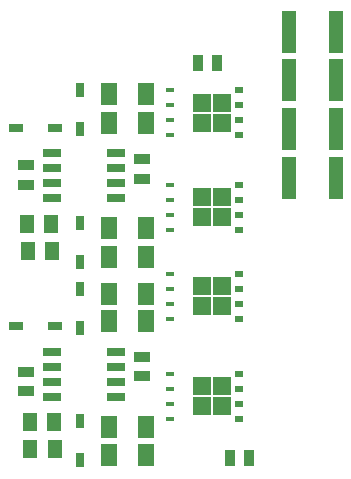
<source format=gtp>
G04*
G04 #@! TF.GenerationSoftware,Altium Limited,Altium Designer,20.1.12 (249)*
G04*
G04 Layer_Color=8421504*
%FSLAX44Y44*%
%MOMM*%
G71*
G04*
G04 #@! TF.SameCoordinates,BAD2E13A-ADEF-41FB-B1CA-1C4B7F66A015*
G04*
G04*
G04 #@! TF.FilePolarity,Positive*
G04*
G01*
G75*
%ADD14R,1.5000X1.5000*%
%ADD15R,1.5000X1.5000*%
%ADD16R,0.7500X0.5000*%
%ADD17R,0.7500X0.4000*%
%ADD18R,1.5000X1.5000*%
%ADD19R,1.5000X1.5000*%
%ADD20R,0.9600X1.3900*%
%ADD21R,1.2500X0.7500*%
%ADD22R,1.5250X0.6500*%
%ADD23R,1.2500X1.5500*%
%ADD24R,0.7500X1.2500*%
%ADD25R,1.3900X0.9600*%
%ADD26R,1.3561X1.8582*%
%ADD27R,1.2500X3.5200*%
D14*
X598000Y581500D02*
D03*
X615000D02*
D03*
D15*
X598000Y598500D02*
D03*
X615000D02*
D03*
D16*
X629050Y570949D02*
D03*
Y583649D02*
D03*
Y596349D02*
D03*
Y609049D02*
D03*
X629050Y529052D02*
D03*
Y516352D02*
D03*
Y503652D02*
D03*
Y490952D02*
D03*
X629050Y415951D02*
D03*
Y428652D02*
D03*
Y441352D02*
D03*
Y454052D02*
D03*
X629050Y369048D02*
D03*
Y356348D02*
D03*
Y343648D02*
D03*
Y330948D02*
D03*
D17*
X570950Y570948D02*
D03*
Y583648D02*
D03*
Y596348D02*
D03*
Y609048D02*
D03*
X570950Y529051D02*
D03*
Y516351D02*
D03*
Y503651D02*
D03*
Y490951D02*
D03*
X570950Y415952D02*
D03*
Y428652D02*
D03*
Y441352D02*
D03*
Y454052D02*
D03*
X570950Y369050D02*
D03*
Y356351D02*
D03*
Y343651D02*
D03*
Y330951D02*
D03*
D18*
X615000Y518500D02*
D03*
X598000D02*
D03*
Y443500D02*
D03*
X615000D02*
D03*
Y358500D02*
D03*
X598000D02*
D03*
D19*
X615000Y501500D02*
D03*
X598000D02*
D03*
Y426500D02*
D03*
X615000D02*
D03*
Y341500D02*
D03*
X598000D02*
D03*
D20*
X638100Y297500D02*
D03*
X621900D02*
D03*
X594400Y632500D02*
D03*
X610600D02*
D03*
D21*
X440374Y577311D02*
D03*
X473374D02*
D03*
Y409502D02*
D03*
X440374D02*
D03*
D22*
X471045Y555818D02*
D03*
Y543118D02*
D03*
Y530418D02*
D03*
Y517718D02*
D03*
X525285D02*
D03*
Y530418D02*
D03*
Y543118D02*
D03*
Y555818D02*
D03*
X471045Y388010D02*
D03*
Y375310D02*
D03*
Y362610D02*
D03*
Y349910D02*
D03*
X525285D02*
D03*
Y362610D02*
D03*
Y375310D02*
D03*
Y388010D02*
D03*
D23*
X450374Y473183D02*
D03*
X470874D02*
D03*
X470250Y496226D02*
D03*
X449750D02*
D03*
X472750Y328417D02*
D03*
X452250D02*
D03*
X452707Y305375D02*
D03*
X473208D02*
D03*
D24*
X495166Y408252D02*
D03*
Y441252D02*
D03*
Y609061D02*
D03*
Y576061D02*
D03*
Y463500D02*
D03*
Y496500D02*
D03*
X495000Y329000D02*
D03*
Y296000D02*
D03*
D25*
X449372Y545600D02*
D03*
Y529400D02*
D03*
X546957Y534400D02*
D03*
Y550600D02*
D03*
X546957Y383100D02*
D03*
Y366900D02*
D03*
X449372Y370600D02*
D03*
Y354400D02*
D03*
D26*
X550261Y605852D02*
D03*
X519739D02*
D03*
X550261Y581352D02*
D03*
X519739D02*
D03*
X550261Y468180D02*
D03*
X519739D02*
D03*
X550261Y492180D02*
D03*
X519739D02*
D03*
X550261Y437060D02*
D03*
X519739D02*
D03*
X550261Y413544D02*
D03*
X519739D02*
D03*
X550261Y300380D02*
D03*
X519739D02*
D03*
X550261Y324380D02*
D03*
X519739D02*
D03*
D27*
X711300Y535000D02*
D03*
X671700D02*
D03*
Y576243D02*
D03*
X711300D02*
D03*
X671700Y617485D02*
D03*
X711300D02*
D03*
X671700Y658728D02*
D03*
X711300D02*
D03*
M02*

</source>
